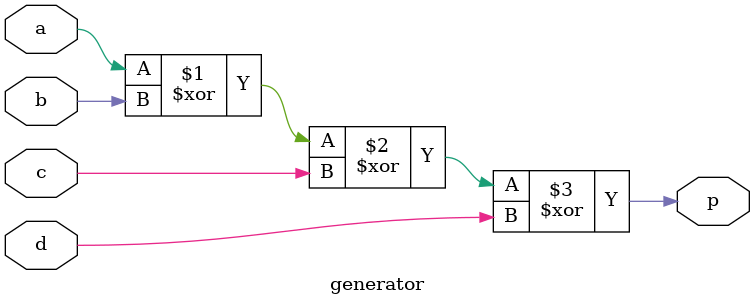
<source format=v>
`timescale 1ns / 1ps


module generator(
    input a,
    input b,
    input c,
    input d,
    output p
    );
    
assign p = a ^ b ^ c ^ d;

endmodule

</source>
